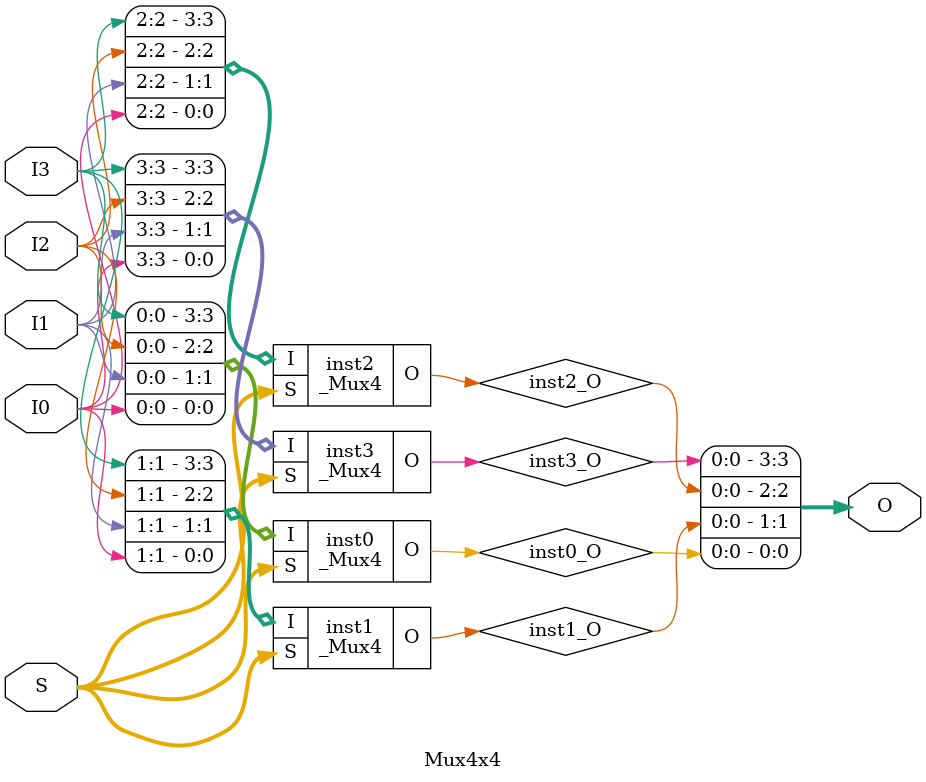
<source format=v>
module _Mux2 (input [1:0] I, input  S, output  O);
wire  inst0_out;
coreir_bitmux inst0 (.in0(I[0]), .in1(I[1]), .sel(S), .out(inst0_out));
assign O = inst0_out;
endmodule

module _Mux4 (input [3:0] I, input [1:0] S, output  O);
wire  inst0_O;
wire  inst1_O;
wire  inst2_O;
_Mux2 inst0 (.I({I[1],I[0]}), .S(S[0]), .O(inst0_O));
_Mux2 inst1 (.I({I[3],I[2]}), .S(S[0]), .O(inst1_O));
_Mux2 inst2 (.I({inst1_O,inst0_O}), .S(S[1]), .O(inst2_O));
assign O = inst2_O;
endmodule

module Mux4x4 (input [3:0] I0, input [3:0] I1, input [3:0] I2, input [3:0] I3, input [1:0] S, output [3:0] O);
wire  inst0_O;
wire  inst1_O;
wire  inst2_O;
wire  inst3_O;
_Mux4 inst0 (.I({I3[0],I2[0],I1[0],I0[0]}), .S(S), .O(inst0_O));
_Mux4 inst1 (.I({I3[1],I2[1],I1[1],I0[1]}), .S(S), .O(inst1_O));
_Mux4 inst2 (.I({I3[2],I2[2],I1[2],I0[2]}), .S(S), .O(inst2_O));
_Mux4 inst3 (.I({I3[3],I2[3],I1[3],I0[3]}), .S(S), .O(inst3_O));
assign O = {inst3_O,inst2_O,inst1_O,inst0_O};
endmodule


</source>
